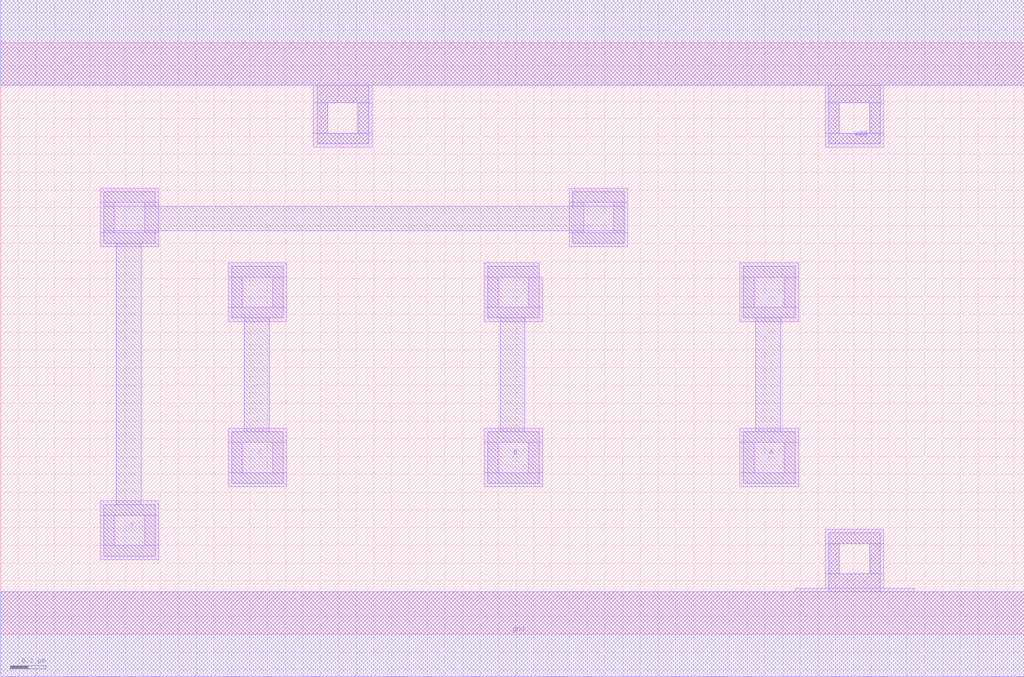
<source format=lef>
VERSION 5.7 ;
  NOWIREEXTENSIONATPIN ON ;
  DIVIDERCHAR "/" ;
  BUSBITCHARS "[]" ;
MACRO NAND3X1
  CLASS CORE ;
  FOREIGN NAND3X1 ;
  ORIGIN 0.000 0.000 ;
  SIZE 5.760 BY 3.330 ;
  SYMMETRY X Y R90 ;
  SITE unit ;
  PIN vdd
    DIRECTION INOUT ;
    USE POWER ;
    SHAPE ABUTMENT ;
    PORT
      LAYER met1 ;
        RECT 0.000 3.090 5.760 3.570 ;
        RECT 1.780 2.990 2.070 3.090 ;
        RECT 1.780 2.820 1.840 2.990 ;
        RECT 2.010 2.820 2.070 2.990 ;
        RECT 1.780 2.760 2.070 2.820 ;
        RECT 4.660 2.990 4.950 3.090 ;
        RECT 4.660 2.820 4.720 2.990 ;
        RECT 4.890 2.820 4.950 2.990 ;
        RECT 4.660 2.760 4.950 2.820 ;
    END
    PORT
      LAYER li1 ;
        RECT 0.000 3.090 5.760 3.570 ;
        RECT 1.760 2.990 2.090 3.090 ;
        RECT 1.760 2.820 1.840 2.990 ;
        RECT 2.010 2.820 2.090 2.990 ;
        RECT 1.760 2.740 2.090 2.820 ;
        RECT 4.640 2.990 4.970 3.090 ;
        RECT 4.640 2.820 4.720 2.990 ;
        RECT 4.890 2.820 4.970 2.990 ;
        RECT 4.640 2.740 4.970 2.820 ;
    END
  END vdd
  PIN gnd
    DIRECTION INOUT ;
    USE GROUND ;
    SHAPE ABUTMENT ;
    PORT
      LAYER met1 ;
        RECT 4.660 0.510 4.950 0.570 ;
        RECT 4.660 0.340 4.720 0.510 ;
        RECT 4.890 0.340 4.950 0.510 ;
        RECT 4.660 0.240 4.950 0.340 ;
        RECT 0.000 -0.240 5.760 0.240 ;
    END
    PORT
      LAYER li1 ;
        RECT 4.640 0.510 4.970 0.590 ;
        RECT 4.640 0.340 4.720 0.510 ;
        RECT 4.890 0.340 4.970 0.510 ;
        RECT 4.640 0.260 4.970 0.340 ;
        RECT 4.470 0.240 5.140 0.260 ;
        RECT 0.000 -0.240 5.760 0.240 ;
    END
  END gnd
  PIN Y
    DIRECTION INOUT ;
    USE SIGNAL ;
    SHAPE ABUTMENT ;
    PORT
      LAYER met1 ;
        RECT 0.580 2.410 0.870 2.490 ;
        RECT 3.220 2.410 3.510 2.490 ;
        RECT 0.580 2.270 3.510 2.410 ;
        RECT 0.580 2.200 0.870 2.270 ;
        RECT 3.220 2.200 3.510 2.270 ;
        RECT 0.650 0.730 0.790 2.200 ;
        RECT 0.580 0.440 0.870 0.730 ;
    END
  END Y
  PIN B
    DIRECTION INOUT ;
    USE SIGNAL ;
    SHAPE ABUTMENT ;
    PORT
      LAYER met1 ;
        RECT 2.740 1.780 3.030 2.070 ;
        RECT 2.810 1.140 2.950 1.780 ;
        RECT 2.740 0.850 3.030 1.140 ;
    END
  END B
  PIN A
    DIRECTION INOUT ;
    USE SIGNAL ;
    SHAPE ABUTMENT ;
    PORT
      LAYER met1 ;
        RECT 4.180 1.780 4.470 2.070 ;
        RECT 4.250 1.140 4.390 1.780 ;
        RECT 4.180 0.850 4.470 1.140 ;
    END
  END A
  PIN C
    DIRECTION INOUT ;
    USE SIGNAL ;
    SHAPE ABUTMENT ;
    PORT
      LAYER met1 ;
        RECT 1.300 1.780 1.590 2.070 ;
        RECT 1.370 1.140 1.510 1.780 ;
        RECT 1.300 0.850 1.590 1.140 ;
    END
  END C
  OBS
      LAYER li1 ;
        RECT 0.560 2.430 0.890 2.510 ;
        RECT 0.560 2.260 0.640 2.430 ;
        RECT 0.810 2.260 0.890 2.430 ;
        RECT 0.560 2.180 0.890 2.260 ;
        RECT 3.200 2.430 3.530 2.510 ;
        RECT 3.200 2.260 3.280 2.430 ;
        RECT 3.450 2.260 3.530 2.430 ;
        RECT 3.200 2.180 3.530 2.260 ;
        RECT 1.280 2.010 1.610 2.090 ;
        RECT 1.280 1.840 1.360 2.010 ;
        RECT 1.530 1.840 1.610 2.010 ;
        RECT 1.280 1.760 1.610 1.840 ;
        RECT 2.720 2.010 3.030 2.090 ;
        RECT 4.160 2.010 4.490 2.090 ;
        RECT 2.720 1.840 2.800 2.010 ;
        RECT 2.970 1.840 3.050 2.010 ;
        RECT 2.720 1.760 3.050 1.840 ;
        RECT 4.160 1.840 4.240 2.010 ;
        RECT 4.410 1.840 4.490 2.010 ;
        RECT 4.160 1.760 4.490 1.840 ;
        RECT 1.280 1.080 1.610 1.160 ;
        RECT 1.280 0.910 1.360 1.080 ;
        RECT 1.530 0.910 1.610 1.080 ;
        RECT 1.280 0.830 1.610 0.910 ;
        RECT 2.720 1.080 3.050 1.160 ;
        RECT 2.720 0.910 2.800 1.080 ;
        RECT 2.970 0.910 3.050 1.080 ;
        RECT 2.720 0.830 3.050 0.910 ;
        RECT 4.160 1.080 4.490 1.160 ;
        RECT 4.160 0.910 4.240 1.080 ;
        RECT 4.410 0.910 4.490 1.080 ;
        RECT 4.160 0.830 4.490 0.910 ;
        RECT 0.560 0.670 0.890 0.750 ;
        RECT 0.560 0.500 0.640 0.670 ;
        RECT 0.810 0.500 0.890 0.670 ;
        RECT 0.560 0.420 0.890 0.500 ;
  END
END NAND3X1
END LIBRARY


</source>
